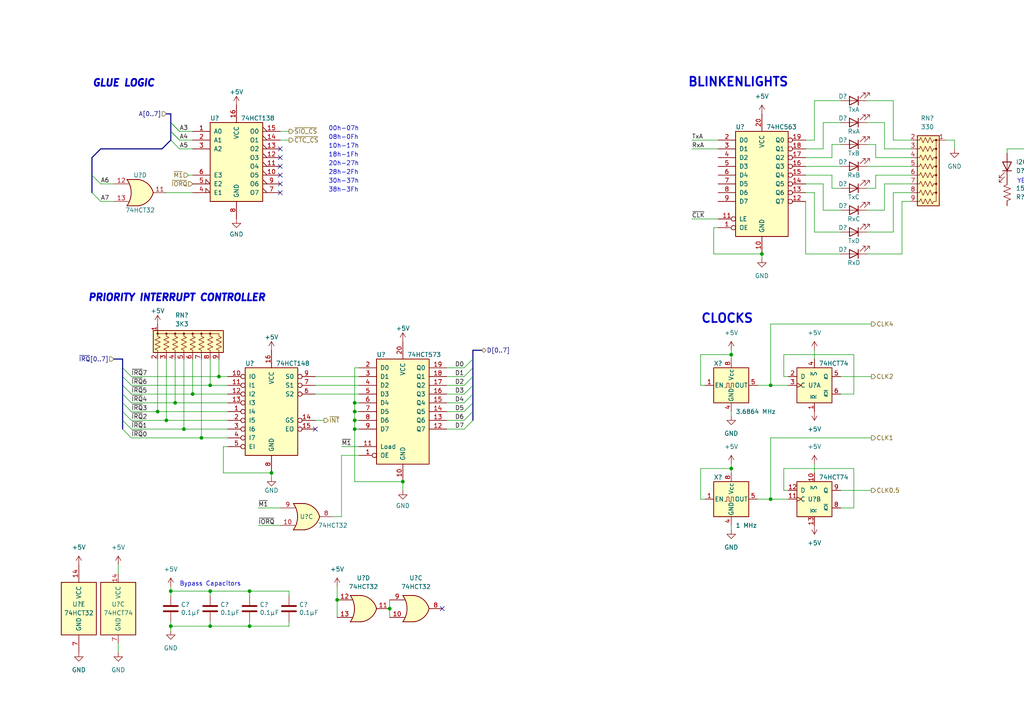
<source format=kicad_sch>
(kicad_sch (version 20230121) (generator eeschema)
  (paper "A4")
  (lib_symbols
    (symbol "+5V_1" (power) (pin_names (offset 0))
      (property "Value" "+5V_1" (at 0 3.556 0))
      (symbol "+5V_1_1_1"
        (pin power_in line (at 0 0 90) (length 0) hide (name "+5V") (number "1"))
      )
    )
    (symbol "0_Library:74HC563" (pin_names (offset 1.016))
      (property "Reference" "U" (at 1.27 19.05 0))
      (property "Value" "74HC563" (at 1.27 16.51 0))
      (symbol "74HC563_1_0"
        (pin input inverted (at -12.7 -12.7 0) (length 5.08) (name "OE") (number "1"))
        (pin power_in line (at 0 -20.32 90) (length 5.08) (name "GND") (number "10"))
        (pin input inverted (at -12.7 -10.16 0) (length 5.08) (name "LE") (number "11"))
        (pin tri_state inverted (at 12.7 -5.08 180) (length 5.08) (name "Q7") (number "12"))
        (pin tri_state inverted (at 12.7 -2.54 180) (length 5.08) (name "Q6") (number "13"))
        (pin tri_state inverted (at 12.7 0 180) (length 5.08) (name "Q5") (number "14"))
        (pin tri_state inverted (at 12.7 2.54 180) (length 5.08) (name "Q4") (number "15"))
        (pin tri_state inverted (at 12.7 5.08 180) (length 5.08) (name "Q3") (number "16"))
        (pin tri_state inverted (at 12.7 7.62 180) (length 5.08) (name "Q2") (number "17"))
        (pin tri_state inverted (at 12.7 10.16 180) (length 5.08) (name "Q1") (number "18"))
        (pin tri_state inverted (at 12.7 12.7 180) (length 5.08) (name "Q0") (number "19"))
        (pin input line (at -12.7 12.7 0) (length 5.08) (name "D0") (number "2"))
        (pin power_in line (at 0 20.32 270) (length 5.08) (name "VCC") (number "20"))
        (pin input line (at -12.7 10.16 0) (length 5.08) (name "D1") (number "3"))
        (pin input line (at -12.7 7.62 0) (length 5.08) (name "D2") (number "4"))
        (pin input line (at -12.7 5.08 0) (length 5.08) (name "D3") (number "5"))
        (pin input line (at -12.7 2.54 0) (length 5.08) (name "D4") (number "6"))
        (pin input line (at -12.7 0 0) (length 5.08) (name "D5") (number "7"))
        (pin input line (at -12.7 -2.54 0) (length 5.08) (name "D6") (number "8"))
        (pin input line (at -12.7 -5.08 0) (length 5.08) (name "D7") (number "9"))
      )
    )
    (symbol "74xx:74LS138" (pin_names (offset 1.016))
      (property "Reference" "U" (at -7.62 11.43 0))
      (property "Value" "74LS138" (at -7.62 -13.97 0))
      (symbol "74LS138_1_0"
        (pin input line (at -12.7 7.62 0) (length 5.08) (name "A0") (number "1"))
        (pin output output_low (at 12.7 -5.08 180) (length 5.08) (name "O5") (number "10"))
        (pin output output_low (at 12.7 -2.54 180) (length 5.08) (name "O4") (number "11"))
        (pin output output_low (at 12.7 0 180) (length 5.08) (name "O3") (number "12"))
        (pin output output_low (at 12.7 2.54 180) (length 5.08) (name "O2") (number "13"))
        (pin output output_low (at 12.7 5.08 180) (length 5.08) (name "O1") (number "14"))
        (pin output output_low (at 12.7 7.62 180) (length 5.08) (name "O0") (number "15"))
        (pin power_in line (at 0 15.24 270) (length 5.08) (name "VCC") (number "16"))
        (pin input line (at -12.7 5.08 0) (length 5.08) (name "A1") (number "2"))
        (pin input line (at -12.7 2.54 0) (length 5.08) (name "A2") (number "3"))
        (pin input input_low (at -12.7 -10.16 0) (length 5.08) (name "E1") (number "4"))
        (pin input input_low (at -12.7 -7.62 0) (length 5.08) (name "E2") (number "5"))
        (pin input line (at -12.7 -5.08 0) (length 5.08) (name "E3") (number "6"))
        (pin output output_low (at 12.7 -10.16 180) (length 5.08) (name "O7") (number "7"))
        (pin power_in line (at 0 -17.78 90) (length 5.08) (name "GND") (number "8"))
        (pin output output_low (at 12.7 -7.62 180) (length 5.08) (name "O6") (number "9"))
      )
    )
    (symbol "74xx:74LS148" (pin_names (offset 1.016))
      (property "Reference" "U" (at -7.62 13.97 0))
      (property "Value" "74LS148" (at -7.62 -13.97 0))
      (symbol "74LS148_1_0"
        (pin input inverted (at -12.7 0 0) (length 5.08) (name "I4") (number "1"))
        (pin input inverted (at -12.7 10.16 0) (length 5.08) (name "IO") (number "10"))
        (pin input inverted (at -12.7 7.62 0) (length 5.08) (name "I1") (number "11"))
        (pin input inverted (at -12.7 5.08 0) (length 5.08) (name "I2") (number "12"))
        (pin input inverted (at -12.7 2.54 0) (length 5.08) (name "I3") (number "13"))
        (pin output inverted (at 12.7 -2.54 180) (length 5.08) (name "GS") (number "14"))
        (pin output inverted (at 12.7 -5.08 180) (length 5.08) (name "EO") (number "15"))
        (pin power_in line (at 0 17.78 270) (length 5.08) (name "VCC") (number "16"))
        (pin input inverted (at -12.7 -2.54 0) (length 5.08) (name "I5") (number "2"))
        (pin input inverted (at -12.7 -5.08 0) (length 5.08) (name "I6") (number "3"))
        (pin input inverted (at -12.7 -7.62 0) (length 5.08) (name "I7") (number "4"))
        (pin input inverted (at -12.7 -10.16 0) (length 5.08) (name "EI") (number "5"))
        (pin output inverted (at 12.7 5.08 180) (length 5.08) (name "S2") (number "6"))
        (pin output inverted (at 12.7 7.62 180) (length 5.08) (name "S1") (number "7"))
        (pin power_in line (at 0 -17.78 90) (length 5.08) (name "GND") (number "8"))
        (pin output inverted (at 12.7 10.16 180) (length 5.08) (name "S0") (number "9"))
      )
    )
    (symbol "74xx:74LS32" (pin_names (offset 1.016))
      (property "Reference" "U" (at 0 1.27 0))
      (property "Value" "74LS32" (at 0 -1.27 0))
      (symbol "74LS32_1_1"
        (pin input line (at -7.62 2.54 0) (length 4.318) (name "~") (number "1"))
        (pin input line (at -7.62 -2.54 0) (length 4.318) (name "~") (number "2"))
        (pin output line (at 7.62 0 180) (length 3.81) (name "~") (number "3"))
      )
      (symbol "74LS32_1_2"
        (pin input inverted (at -7.62 2.54 0) (length 3.81) (name "~") (number "1"))
        (pin input inverted (at -7.62 -2.54 0) (length 3.81) (name "~") (number "2"))
        (pin output inverted (at 7.62 0 180) (length 3.81) (name "~") (number "3"))
      )
      (symbol "74LS32_2_1"
        (pin input line (at -7.62 2.54 0) (length 4.318) (name "~") (number "4"))
        (pin input line (at -7.62 -2.54 0) (length 4.318) (name "~") (number "5"))
        (pin output line (at 7.62 0 180) (length 3.81) (name "~") (number "6"))
      )
      (symbol "74LS32_2_2"
        (pin input inverted (at -7.62 2.54 0) (length 3.81) (name "~") (number "4"))
        (pin input inverted (at -7.62 -2.54 0) (length 3.81) (name "~") (number "5"))
        (pin output inverted (at 7.62 0 180) (length 3.81) (name "~") (number "6"))
      )
      (symbol "74LS32_3_1"
        (pin input line (at -7.62 -2.54 0) (length 4.318) (name "~") (number "10"))
        (pin output line (at 7.62 0 180) (length 3.81) (name "~") (number "8"))
        (pin input line (at -7.62 2.54 0) (length 4.318) (name "~") (number "9"))
      )
      (symbol "74LS32_3_2"
        (pin input inverted (at -7.62 -2.54 0) (length 3.81) (name "~") (number "10"))
        (pin output inverted (at 7.62 0 180) (length 3.81) (name "~") (number "8"))
        (pin input inverted (at -7.62 2.54 0) (length 3.81) (name "~") (number "9"))
      )
      (symbol "74LS32_4_1"
        (pin output line (at 7.62 0 180) (length 3.81) (name "~") (number "11"))
        (pin input line (at -7.62 2.54 0) (length 4.318) (name "~") (number "12"))
        (pin input line (at -7.62 -2.54 0) (length 4.318) (name "~") (number "13"))
      )
      (symbol "74LS32_4_2"
        (pin output inverted (at 7.62 0 180) (length 3.81) (name "~") (number "11"))
        (pin input inverted (at -7.62 2.54 0) (length 3.81) (name "~") (number "12"))
        (pin input inverted (at -7.62 -2.54 0) (length 3.81) (name "~") (number "13"))
      )
      (symbol "74LS32_5_0"
        (pin power_in line (at 0 12.7 270) (length 5.08) (name "VCC") (number "14"))
        (pin power_in line (at 0 -12.7 90) (length 5.08) (name "GND") (number "7"))
      )
    )
    (symbol "74xx:74LS573" (pin_names (offset 1.016))
      (property "Reference" "U" (at -7.62 16.51 0))
      (property "Value" "74LS573" (at -7.62 -16.51 0))
      (symbol "74LS573_1_0"
        (pin input inverted (at -12.7 -12.7 0) (length 5.08) (name "OE") (number "1"))
        (pin power_in line (at 0 -20.32 90) (length 5.08) (name "GND") (number "10"))
        (pin input line (at -12.7 -10.16 0) (length 5.08) (name "Load") (number "11"))
        (pin tri_state line (at 12.7 -5.08 180) (length 5.08) (name "Q7") (number "12"))
        (pin tri_state line (at 12.7 -2.54 180) (length 5.08) (name "Q6") (number "13"))
        (pin tri_state line (at 12.7 0 180) (length 5.08) (name "Q5") (number "14"))
        (pin tri_state line (at 12.7 2.54 180) (length 5.08) (name "Q4") (number "15"))
        (pin tri_state line (at 12.7 5.08 180) (length 5.08) (name "Q3") (number "16"))
        (pin tri_state line (at 12.7 7.62 180) (length 5.08) (name "Q2") (number "17"))
        (pin tri_state line (at 12.7 10.16 180) (length 5.08) (name "Q1") (number "18"))
        (pin tri_state line (at 12.7 12.7 180) (length 5.08) (name "Q0") (number "19"))
        (pin input line (at -12.7 12.7 0) (length 5.08) (name "D0") (number "2"))
        (pin power_in line (at 0 20.32 270) (length 5.08) (name "VCC") (number "20"))
        (pin input line (at -12.7 10.16 0) (length 5.08) (name "D1") (number "3"))
        (pin input line (at -12.7 7.62 0) (length 5.08) (name "D2") (number "4"))
        (pin input line (at -12.7 5.08 0) (length 5.08) (name "D3") (number "5"))
        (pin input line (at -12.7 2.54 0) (length 5.08) (name "D4") (number "6"))
        (pin input line (at -12.7 0 0) (length 5.08) (name "D5") (number "7"))
        (pin input line (at -12.7 -2.54 0) (length 5.08) (name "D6") (number "8"))
        (pin input line (at -12.7 -5.08 0) (length 5.08) (name "D7") (number "9"))
      )
    )
    (symbol "74xx:74LS74" (pin_names (offset 1.016))
      (property "Reference" "U" (at -7.62 8.89 0))
      (property "Value" "74LS74" (at -7.62 -8.89 0))
      (symbol "74LS74_1_0"
        (pin input line (at 0 -7.62 90) (length 2.54) (name "~{R}") (number "1"))
        (pin input line (at -7.62 2.54 0) (length 2.54) (name "D") (number "2"))
        (pin input clock (at -7.62 0 0) (length 2.54) (name "C") (number "3"))
        (pin input line (at 0 7.62 270) (length 2.54) (name "~{S}") (number "4"))
        (pin output line (at 7.62 2.54 180) (length 2.54) (name "Q") (number "5"))
        (pin output line (at 7.62 -2.54 180) (length 2.54) (name "~{Q}") (number "6"))
      )
      (symbol "74LS74_2_0"
        (pin input line (at 0 7.62 270) (length 2.54) (name "~{S}") (number "10"))
        (pin input clock (at -7.62 0 0) (length 2.54) (name "C") (number "11"))
        (pin input line (at -7.62 2.54 0) (length 2.54) (name "D") (number "12"))
        (pin input line (at 0 -7.62 90) (length 2.54) (name "~{R}") (number "13"))
        (pin output line (at 7.62 -2.54 180) (length 2.54) (name "~{Q}") (number "8"))
        (pin output line (at 7.62 2.54 180) (length 2.54) (name "Q") (number "9"))
      )
      (symbol "74LS74_3_0"
        (pin power_in line (at 0 10.16 270) (length 2.54) (name "VCC") (number "14"))
        (pin power_in line (at 0 -10.16 90) (length 2.54) (name "GND") (number "7"))
      )
    )
    (symbol "Device:C" (pin_numbers hide) (pin_names (offset 0.254))
      (property "Reference" "C" (at 0.635 2.54 0))
      (property "Value" "C" (at 0.635 -2.54 0))
      (symbol "C_1_1"
        (pin passive line (at 0 3.81 270) (length 2.794) (name "~") (number "1"))
        (pin passive line (at 0 -3.81 90) (length 2.794) (name "~") (number "2"))
      )
    )
    (symbol "Device:LED" (pin_numbers hide) (pin_names (offset 1.016) hide)
      (property "Reference" "D" (at 0 2.54 0))
      (property "Value" "LED" (at 0 -2.54 0))
      (symbol "LED_1_1"
        (pin passive line (at -3.81 0 0) (length 2.54) (name "K") (number "1"))
        (pin passive line (at 3.81 0 180) (length 2.54) (name "A") (number "2"))
      )
    )
    (symbol "Device:R_Network08_US" (pin_names (offset 0) hide)
      (property "Reference" "RN" (at -12.7 0 90))
      (property "Value" "R_Network08_US" (at 10.16 0 90))
      (symbol "R_Network08_US_1_1"
        (pin passive line (at -10.16 5.08 270) (length 2.54) (name "common") (number "1"))
        (pin passive line (at -10.16 -5.08 90) (length 1.27) (name "R1") (number "2"))
        (pin passive line (at -7.62 -5.08 90) (length 1.27) (name "R2") (number "3"))
        (pin passive line (at -5.08 -5.08 90) (length 1.27) (name "R3") (number "4"))
        (pin passive line (at -2.54 -5.08 90) (length 1.27) (name "R4") (number "5"))
        (pin passive line (at 0 -5.08 90) (length 1.27) (name "R5") (number "6"))
        (pin passive line (at 2.54 -5.08 90) (length 1.27) (name "R6") (number "7"))
        (pin passive line (at 5.08 -5.08 90) (length 1.27) (name "R7") (number "8"))
        (pin passive line (at 7.62 -5.08 90) (length 1.27) (name "R8") (number "9"))
      )
    )
    (symbol "Device:R_US" (pin_numbers hide) (pin_names (offset 0))
      (property "Reference" "R" (at 2.54 0 90))
      (property "Value" "R_US" (at -2.54 0 90))
      (symbol "R_US_1_1"
        (pin passive line (at 0 3.81 270) (length 1.27) (name "~") (number "1"))
        (pin passive line (at 0 -3.81 90) (length 1.27) (name "~") (number "2"))
      )
    )
    (symbol "GND_1" (power) (pin_names (offset 0))
      (property "Value" "GND_1" (at 0 -3.81 0))
      (symbol "GND_1_1_1"
        (pin power_in line (at 0 0 270) (length 0) hide (name "GND") (number "1"))
      )
    )
    (symbol "Oscillator:CXO_DIP8" (pin_names (offset 0.254))
      (property "Reference" "X" (at -5.08 6.35 0))
      (property "Value" "CXO_DIP8" (at 1.27 -6.35 0))
      (symbol "CXO_DIP8_1_1"
        (pin input line (at -7.62 0 0) (length 2.54) (name "EN") (number "1"))
        (pin power_in line (at 0 -7.62 90) (length 2.54) (name "GND") (number "4"))
        (pin output line (at 7.62 0 180) (length 2.54) (name "OUT") (number "5"))
        (pin power_in line (at 0 7.62 270) (length 2.54) (name "Vcc") (number "8"))
      )
    )
    (symbol "power:GND" (power) (pin_names (offset 0))
      (property "Value" "GND" (at 0 -3.81 0))
      (symbol "GND_1_1"
        (pin power_in line (at 0 0 270) (length 0) hide (name "GND") (number "1"))
      )
    )
  )
  (junction (at 102.87 119.38))
  (junction (at 97.79 173.99))
  (junction (at 78.74 137.16))
  (junction (at 60.96 171.45))
  (junction (at 60.96 111.76))
  (junction (at 49.53 171.45))
  (junction (at 223.52 111.76))
  (junction (at 116.84 139.7))
  (junction (at 53.34 124.46))
  (junction (at 102.87 121.92))
  (junction (at 72.39 171.45))
  (junction (at 223.52 144.78))
  (junction (at 58.42 127))
  (junction (at 48.26 121.92))
  (junction (at 55.88 114.3))
  (junction (at 212.09 102.87))
  (junction (at 212.09 135.89))
  (junction (at 72.39 181.61))
  (junction (at 113.03 176.53))
  (junction (at 102.87 124.46))
  (junction (at 312.42 43.18))
  (junction (at 63.5 109.22))
  (junction (at 50.8 116.84))
  (junction (at 220.98 73.66))
  (junction (at 45.72 119.38))
  (junction (at 102.87 116.84))
  (junction (at 49.53 181.61))
  (junction (at 302.26 43.18))
  (junction (at 60.96 181.61))
  (no_connect (at 81.28 48.26))
  (no_connect (at 91.44 124.46))
  (no_connect (at 128.27 176.53))
  (no_connect (at 81.28 45.72))
  (no_connect (at 81.28 55.88))
  (no_connect (at 81.28 43.18))
  (no_connect (at 81.28 50.8))
  (no_connect (at 81.28 53.34))
  (bus_entry (at 35.56 116.84) (size 2.54 2.54))
  (bus_entry (at 134.62 124.46) (size 2.54 -2.54))
  (bus_entry (at 49.53 35.56) (size 2.54 2.54))
  (bus_entry (at 35.56 109.22) (size 2.54 2.54))
  (bus_entry (at 35.56 111.76) (size 2.54 2.54))
  (bus_entry (at 134.62 114.3) (size 2.54 -2.54))
  (bus_entry (at 49.53 38.1) (size 2.54 2.54))
  (bus_entry (at 26.67 55.88) (size 2.54 2.54))
  (bus_entry (at 26.67 50.8) (size 2.54 2.54))
  (bus_entry (at 134.62 121.92) (size 2.54 -2.54))
  (bus_entry (at 35.56 121.92) (size 2.54 2.54))
  (bus_entry (at 49.53 40.64) (size 2.54 2.54))
  (bus_entry (at 134.62 116.84) (size 2.54 -2.54))
  (bus_entry (at 35.56 114.3) (size 2.54 2.54))
  (bus_entry (at 134.62 109.22) (size 2.54 -2.54))
  (bus_entry (at 49.53 38.1) (size 2.54 2.54))
  (bus_entry (at 35.56 106.68) (size 2.54 2.54))
  (bus_entry (at 134.62 106.68) (size 2.54 -2.54))
  (bus_entry (at 134.62 111.76) (size 2.54 -2.54))
  (bus_entry (at 35.56 119.38) (size 2.54 2.54))
  (bus_entry (at 49.53 35.56) (size 2.54 2.54))
  (bus_entry (at 134.62 119.38) (size 2.54 -2.54))
  (bus_entry (at 35.56 124.46) (size 2.54 2.54))
  (wire (pts (xy 60.96 180.34) (xy 60.96 181.61)))
  (wire (pts (xy 227.33 109.22) (xy 228.6 109.22)))
  (wire (pts (xy 83.82 38.1) (xy 81.28 38.1)))
  (bus (pts (xy 49.53 33.02) (xy 49.53 35.56)))
  (wire (pts (xy 129.54 119.38) (xy 134.62 119.38)))
  (wire (pts (xy 83.82 171.45) (xy 72.39 171.45)))
  (wire (pts (xy 49.53 181.61) (xy 60.96 181.61)))
  (bus (pts (xy 35.56 106.68) (xy 35.56 104.14)))
  (wire (pts (xy 264.16 55.88) (xy 259.08 55.88)))
  (bus (pts (xy 137.16 121.92) (xy 137.16 119.38)))
  (wire (pts (xy 233.68 50.8) (xy 241.3 50.8)))
  (wire (pts (xy 48.26 55.88) (xy 55.88 55.88)))
  (wire (pts (xy 97.79 173.99) (xy 97.79 179.07)))
  (wire (pts (xy 38.1 111.76) (xy 60.96 111.76)))
  (wire (pts (xy 99.06 149.86) (xy 99.06 132.08)))
  (wire (pts (xy 38.1 121.92) (xy 48.26 121.92)))
  (wire (pts (xy 129.54 124.46) (xy 134.62 124.46)))
  (wire (pts (xy 102.87 116.84) (xy 102.87 119.38)))
  (wire (pts (xy 219.71 144.78) (xy 223.52 144.78)))
  (wire (pts (xy 113.03 176.53) (xy 113.03 179.07)))
  (wire (pts (xy 264.16 58.42) (xy 261.62 58.42)))
  (wire (pts (xy 220.98 73.66) (xy 207.01 73.66)))
  (wire (pts (xy 45.72 119.38) (xy 66.04 119.38)))
  (wire (pts (xy 261.62 58.42) (xy 261.62 73.66)))
  (wire (pts (xy 212.09 134.62) (xy 212.09 135.89)))
  (wire (pts (xy 60.96 111.76) (xy 66.04 111.76)))
  (wire (pts (xy 220.98 73.66) (xy 220.98 74.93)))
  (wire (pts (xy 274.32 40.64) (xy 276.86 40.64)))
  (wire (pts (xy 50.8 104.14) (xy 50.8 116.84)))
  (wire (pts (xy 243.84 142.24) (xy 252.73 142.24)))
  (bus (pts (xy 35.56 111.76) (xy 35.56 109.22)))
  (wire (pts (xy 129.54 114.3) (xy 134.62 114.3)))
  (wire (pts (xy 236.22 134.62) (xy 236.22 137.16)))
  (wire (pts (xy 256.54 53.34) (xy 256.54 60.96)))
  (wire (pts (xy 45.72 104.14) (xy 45.72 119.38)))
  (wire (pts (xy 102.87 121.92) (xy 102.87 124.46)))
  (wire (pts (xy 74.93 147.32) (xy 81.28 147.32)))
  (wire (pts (xy 322.58 43.18) (xy 312.42 43.18)))
  (wire (pts (xy 223.52 127) (xy 252.73 127)))
  (wire (pts (xy 72.39 171.45) (xy 60.96 171.45)))
  (wire (pts (xy 241.3 50.8) (xy 241.3 54.61)))
  (wire (pts (xy 238.76 43.18) (xy 238.76 35.56)))
  (wire (pts (xy 233.68 55.88) (xy 236.22 55.88)))
  (wire (pts (xy 212.09 135.89) (xy 212.09 137.16)))
  (wire (pts (xy 264.16 50.8) (xy 254 50.8)))
  (bus (pts (xy 35.56 109.22) (xy 35.56 106.68)))
  (wire (pts (xy 247.65 102.87) (xy 227.33 102.87)))
  (bus (pts (xy 137.16 106.68) (xy 137.16 104.14)))
  (wire (pts (xy 74.93 152.4) (xy 81.28 152.4)))
  (bus (pts (xy 35.56 116.84) (xy 35.56 114.3)))
  (wire (pts (xy 91.44 114.3) (xy 104.14 114.3)))
  (wire (pts (xy 55.88 114.3) (xy 66.04 114.3)))
  (bus (pts (xy 137.16 104.14) (xy 137.16 101.6)))
  (wire (pts (xy 50.8 116.84) (xy 66.04 116.84)))
  (wire (pts (xy 102.87 106.68) (xy 102.87 116.84)))
  (wire (pts (xy 312.42 44.45) (xy 312.42 43.18)))
  (wire (pts (xy 238.76 35.56) (xy 243.84 35.56)))
  (wire (pts (xy 66.04 129.54) (xy 64.77 129.54)))
  (bus (pts (xy 137.16 116.84) (xy 137.16 114.3)))
  (wire (pts (xy 99.06 129.54) (xy 104.14 129.54)))
  (bus (pts (xy 137.16 119.38) (xy 137.16 116.84)))
  (wire (pts (xy 49.53 170.18) (xy 49.53 171.45)))
  (wire (pts (xy 236.22 67.31) (xy 243.84 67.31)))
  (wire (pts (xy 54.61 50.8) (xy 55.88 50.8)))
  (wire (pts (xy 241.3 45.72) (xy 241.3 41.91)))
  (wire (pts (xy 223.52 111.76) (xy 228.6 111.76)))
  (wire (pts (xy 212.09 120.65) (xy 212.09 119.38)))
  (wire (pts (xy 264.16 45.72) (xy 254 45.72)))
  (bus (pts (xy 137.16 101.6) (xy 139.7 101.6)))
  (wire (pts (xy 63.5 109.22) (xy 66.04 109.22)))
  (bus (pts (xy 26.67 55.88) (xy 26.67 50.8)))
  (wire (pts (xy 219.71 111.76) (xy 223.52 111.76)))
  (wire (pts (xy 233.68 48.26) (xy 243.84 48.26)))
  (wire (pts (xy 58.42 127) (xy 66.04 127)))
  (wire (pts (xy 212.09 153.67) (xy 212.09 152.4)))
  (wire (pts (xy 223.52 111.76) (xy 223.52 93.98)))
  (wire (pts (xy 38.1 124.46) (xy 53.34 124.46)))
  (wire (pts (xy 200.66 43.18) (xy 208.28 43.18)))
  (wire (pts (xy 247.65 147.32) (xy 247.65 135.89)))
  (wire (pts (xy 63.5 104.14) (xy 63.5 109.22)))
  (wire (pts (xy 60.96 104.14) (xy 60.96 111.76)))
  (wire (pts (xy 96.52 149.86) (xy 99.06 149.86)))
  (wire (pts (xy 200.66 63.5) (xy 208.28 63.5)))
  (wire (pts (xy 49.53 171.45) (xy 49.53 172.72)))
  (wire (pts (xy 236.22 40.64) (xy 236.22 29.21)))
  (bus (pts (xy 26.67 50.8) (xy 26.67 45.72)))
  (wire (pts (xy 91.44 121.92) (xy 93.98 121.92)))
  (wire (pts (xy 91.44 111.76) (xy 104.14 111.76)))
  (wire (pts (xy 227.33 142.24) (xy 228.6 142.24)))
  (wire (pts (xy 38.1 119.38) (xy 45.72 119.38)))
  (wire (pts (xy 64.77 137.16) (xy 78.74 137.16)))
  (bus (pts (xy 49.53 35.56) (xy 49.53 38.1)))
  (wire (pts (xy 233.68 45.72) (xy 241.3 45.72)))
  (wire (pts (xy 29.21 53.34) (xy 33.02 53.34)))
  (wire (pts (xy 259.08 55.88) (xy 259.08 67.31)))
  (wire (pts (xy 203.2 144.78) (xy 204.47 144.78)))
  (wire (pts (xy 91.44 109.22) (xy 104.14 109.22)))
  (wire (pts (xy 212.09 135.89) (xy 203.2 135.89)))
  (wire (pts (xy 276.86 40.64) (xy 276.86 43.18)))
  (wire (pts (xy 203.2 135.89) (xy 203.2 144.78)))
  (wire (pts (xy 102.87 116.84) (xy 104.14 116.84)))
  (bus (pts (xy 137.16 114.3) (xy 137.16 111.76)))
  (wire (pts (xy 53.34 124.46) (xy 66.04 124.46)))
  (wire (pts (xy 72.39 180.34) (xy 72.39 181.61)))
  (bus (pts (xy 35.56 121.92) (xy 35.56 119.38)))
  (wire (pts (xy 207.01 66.04) (xy 208.28 66.04)))
  (wire (pts (xy 292.1 43.18) (xy 302.26 43.18)))
  (wire (pts (xy 60.96 172.72) (xy 60.96 171.45)))
  (wire (pts (xy 247.65 135.89) (xy 227.33 135.89)))
  (wire (pts (xy 223.52 93.98) (xy 252.73 93.98)))
  (wire (pts (xy 52.07 40.64) (xy 55.88 40.64)))
  (wire (pts (xy 312.42 43.18) (xy 302.26 43.18)))
  (wire (pts (xy 292.1 44.45) (xy 292.1 43.18)))
  (wire (pts (xy 203.2 111.76) (xy 204.47 111.76)))
  (wire (pts (xy 64.77 129.54) (xy 64.77 137.16)))
  (wire (pts (xy 238.76 53.34) (xy 238.76 60.96)))
  (wire (pts (xy 243.84 114.3) (xy 247.65 114.3)))
  (wire (pts (xy 129.54 106.68) (xy 134.62 106.68)))
  (wire (pts (xy 102.87 139.7) (xy 116.84 139.7)))
  (wire (pts (xy 52.07 38.1) (xy 55.88 38.1)))
  (wire (pts (xy 238.76 60.96) (xy 243.84 60.96)))
  (wire (pts (xy 236.22 55.88) (xy 236.22 67.31)))
  (wire (pts (xy 223.52 144.78) (xy 228.6 144.78)))
  (wire (pts (xy 52.07 43.18) (xy 55.88 43.18)))
  (wire (pts (xy 243.84 147.32) (xy 247.65 147.32)))
  (wire (pts (xy 113.03 173.99) (xy 113.03 176.53)))
  (wire (pts (xy 129.54 111.76) (xy 134.62 111.76)))
  (wire (pts (xy 233.68 73.66) (xy 243.84 73.66)))
  (wire (pts (xy 129.54 109.22) (xy 134.62 109.22)))
  (wire (pts (xy 34.29 163.83) (xy 34.29 166.37)))
  (wire (pts (xy 241.3 54.61) (xy 243.84 54.61)))
  (wire (pts (xy 247.65 114.3) (xy 247.65 102.87)))
  (wire (pts (xy 102.87 119.38) (xy 102.87 121.92)))
  (bus (pts (xy 46.99 43.18) (xy 49.53 40.64)))
  (bus (pts (xy 49.53 40.64) (xy 49.53 38.1)))
  (wire (pts (xy 83.82 180.34) (xy 83.82 181.61)))
  (bus (pts (xy 137.16 111.76) (xy 137.16 109.22)))
  (wire (pts (xy 60.96 171.45) (xy 49.53 171.45)))
  (wire (pts (xy 49.53 181.61) (xy 49.53 182.88)))
  (wire (pts (xy 102.87 124.46) (xy 104.14 124.46)))
  (wire (pts (xy 264.16 53.34) (xy 256.54 53.34)))
  (wire (pts (xy 256.54 35.56) (xy 251.46 35.56)))
  (wire (pts (xy 38.1 116.84) (xy 50.8 116.84)))
  (wire (pts (xy 104.14 106.68) (xy 102.87 106.68)))
  (wire (pts (xy 53.34 104.14) (xy 53.34 124.46)))
  (bus (pts (xy 26.67 45.72) (xy 29.21 43.18)))
  (bus (pts (xy 29.21 43.18) (xy 46.99 43.18)))
  (wire (pts (xy 34.29 186.69) (xy 34.29 189.23)))
  (wire (pts (xy 102.87 119.38) (xy 104.14 119.38)))
  (wire (pts (xy 233.68 43.18) (xy 238.76 43.18)))
  (wire (pts (xy 254 54.61) (xy 251.46 54.61)))
  (wire (pts (xy 116.84 139.7) (xy 116.84 142.24)))
  (wire (pts (xy 203.2 102.87) (xy 203.2 111.76)))
  (wire (pts (xy 261.62 73.66) (xy 251.46 73.66)))
  (wire (pts (xy 200.66 40.64) (xy 208.28 40.64)))
  (bus (pts (xy 48.26 33.02) (xy 49.53 33.02)))
  (wire (pts (xy 241.3 41.91) (xy 243.84 41.91)))
  (wire (pts (xy 102.87 121.92) (xy 104.14 121.92)))
  (wire (pts (xy 264.16 40.64) (xy 259.08 40.64)))
  (wire (pts (xy 58.42 104.14) (xy 58.42 127)))
  (bus (pts (xy 35.56 114.3) (xy 35.56 111.76)))
  (wire (pts (xy 129.54 121.92) (xy 134.62 121.92)))
  (wire (pts (xy 38.1 127) (xy 58.42 127)))
  (wire (pts (xy 256.54 43.18) (xy 256.54 35.56)))
  (wire (pts (xy 233.68 53.34) (xy 238.76 53.34)))
  (wire (pts (xy 233.68 58.42) (xy 233.68 73.66)))
  (wire (pts (xy 212.09 102.87) (xy 212.09 104.14)))
  (wire (pts (xy 227.33 102.87) (xy 227.33 109.22)))
  (wire (pts (xy 254 45.72) (xy 254 41.91)))
  (wire (pts (xy 207.01 66.04) (xy 207.01 73.66)))
  (wire (pts (xy 259.08 67.31) (xy 251.46 67.31)))
  (bus (pts (xy 35.56 119.38) (xy 35.56 116.84)))
  (wire (pts (xy 212.09 101.6) (xy 212.09 102.87)))
  (wire (pts (xy 264.16 43.18) (xy 256.54 43.18)))
  (wire (pts (xy 251.46 48.26) (xy 264.16 48.26)))
  (wire (pts (xy 48.26 121.92) (xy 66.04 121.92)))
  (wire (pts (xy 302.26 44.45) (xy 302.26 43.18)))
  (wire (pts (xy 83.82 172.72) (xy 83.82 171.45)))
  (wire (pts (xy 302.26 43.18) (xy 302.26 41.91)))
  (bus (pts (xy 137.16 109.22) (xy 137.16 106.68)))
  (wire (pts (xy 256.54 60.96) (xy 251.46 60.96)))
  (wire (pts (xy 49.53 180.34) (xy 49.53 181.61)))
  (wire (pts (xy 60.96 181.61) (xy 72.39 181.61)))
  (wire (pts (xy 38.1 114.3) (xy 55.88 114.3)))
  (bus (pts (xy 35.56 124.46) (xy 35.56 121.92)))
  (wire (pts (xy 99.06 132.08) (xy 104.14 132.08)))
  (wire (pts (xy 254 41.91) (xy 251.46 41.91)))
  (wire (pts (xy 236.22 29.21) (xy 243.84 29.21)))
  (wire (pts (xy 38.1 109.22) (xy 63.5 109.22)))
  (wire (pts (xy 72.39 172.72) (xy 72.39 171.45)))
  (wire (pts (xy 97.79 170.18) (xy 97.79 173.99)))
  (wire (pts (xy 254 50.8) (xy 254 54.61)))
  (wire (pts (xy 29.21 58.42) (xy 33.02 58.42)))
  (wire (pts (xy 48.26 104.14) (xy 48.26 121.92)))
  (wire (pts (xy 227.33 135.89) (xy 227.33 142.24)))
  (wire (pts (xy 259.08 40.64) (xy 259.08 29.21)))
  (bus (pts (xy 33.02 104.14) (xy 35.56 104.14)))
  (wire (pts (xy 129.54 116.84) (xy 134.62 116.84)))
  (wire (pts (xy 212.09 102.87) (xy 203.2 102.87)))
  (wire (pts (xy 78.74 138.43) (xy 78.74 137.16)))
  (wire (pts (xy 236.22 101.6) (xy 236.22 104.14)))
  (wire (pts (xy 83.82 40.64) (xy 81.28 40.64)))
  (wire (pts (xy 102.87 124.46) (xy 102.87 139.7)))
  (wire (pts (xy 259.08 29.21) (xy 251.46 29.21)))
  (wire (pts (xy 72.39 181.61) (xy 83.82 181.61)))
  (wire (pts (xy 243.84 109.22) (xy 252.73 109.22)))
  (wire (pts (xy 322.58 44.45) (xy 322.58 43.18)))
  (wire (pts (xy 55.88 104.14) (xy 55.88 114.3)))
  (wire (pts (xy 223.52 144.78) (xy 223.52 127)))
  (wire (pts (xy 233.68 40.64) (xy 236.22 40.64)))
  (text "PRIORITY INTERRUPT CONTROLLER" (at 25.4 87.63 0) (effects (font (size 2 2) (thickness 0.508) bold italic) (justify left bottom)))
  (text "GLUE LOGIC" (at 26.67 25.4 0) (effects (font (size 2 2) (thickness 0.508) bold italic) (justify left bottom)))
  (text "CLOCKS" (at 203.2 93.98 0) (effects (font (size 2.54 2.54) (thickness 0.508) bold) (justify left bottom)))
  (text "Bypass Capacitors" (at 52.07 170.18 0) (effects (font (size 1.27 1.27)) (justify left bottom)))
  (text "00h-07h" (at 95.25 38.1 0) (effects (font (size 1.27 1.27)) (justify left bottom)))
  (text "38h-3Fh" (at 95.25 55.88 0) (effects (font (size 1.27 1.27)) (justify left bottom)))
  (text "BLINKENLIGHTS" (at 199.39 25.4 0) (effects (font (size 2.54 2.54) (thickness 0.508) bold) (justify left bottom)))
  (text "GREEN" (at 330.2 53.34 0) (effects (font (size 1.27 1.27)) (justify right bottom)))
  (text "28h-2Fh" (at 95.25 50.8 0) (effects (font (size 1.27 1.27)) (justify left bottom)))
  (text "RED" (at 318.77 53.34 0) (effects (font (size 1.27 1.27)) (justify right bottom)))
  (text "08h-0Fh" (at 95.25 40.64 0) (effects (font (size 1.27 1.27)) (justify left bottom)))
  (text "18h-1Fh" (at 95.25 45.72 0) (effects (font (size 1.27 1.27)) (justify left bottom)))
  (text "20h-27h" (at 95.25 48.26 0) (effects (font (size 1.27 1.27)) (justify left bottom)))
  (text "10h-17h" (at 95.25 43.18 0) (effects (font (size 1.27 1.27)) (justify left bottom)))
  (text "BLUE" (at 308.61 53.34 0) (effects (font (size 1.27 1.27)) (justify right bottom)))
  (text "30h-37h" (at 95.25 53.34 0) (effects (font (size 1.27 1.27)) (justify left bottom)))
  (text "YEL" (at 298.45 53.34 0) (effects (font (size 1.27 1.27)) (justify right bottom)))
  (label "D6" (at 134.62 121.92 180))
  (label "A6" (at 29.21 53.34 0))
  (label "D4" (at 134.62 116.84 180))
  (label "TxA" (at 200.66 40.64 0))
  (label "A4" (at 52.07 40.64 0))
  (label "D3" (at 134.62 114.3 180))
  (label "A5" (at 52.07 43.18 0))
  (label "D0" (at 134.62 106.68 180))
  (label "D5" (at 134.62 119.38 180))
  (label "~{IRQ}1" (at 38.1 124.46 0))
  (label "~{M1}" (at 74.93 147.32 0))
  (label "~{IRQ}4" (at 38.1 116.84 0))
  (label "~{IRQ}7" (at 38.1 109.22 0))
  (label "~{IORQ}" (at 74.93 152.4 0))
  (label "D2" (at 134.62 111.76 180))
  (label "D7" (at 134.62 124.46 180))
  (label "~{IRQ}3" (at 38.1 119.38 0))
  (label "~{IRQ}0" (at 38.1 127 0))
  (label "~{IRQ}5" (at 38.1 114.3 0))
  (label "RxA" (at 200.66 43.18 0))
  (label "~{M1}" (at 99.06 129.54 0))
  (label "A7" (at 29.21 58.42 0))
  (label "~{IRQ}2" (at 38.1 121.92 0))
  (label "D1" (at 134.62 109.22 180))
  (label "~{IRQ}6" (at 38.1 111.76 0))
  (label "~{CLK}" (at 200.66 63.5 0))
  (label "A3" (at 52.07 38.1 0))
  (hierarchical_label "CLK4" (shape output) (at 252.73 93.98 0))
  (hierarchical_label "~{M1}" (shape input) (at 54.61 50.8 180))
  (hierarchical_label "~{SIO_CS}" (shape output) (at 83.82 38.1 0))
  (hierarchical_label "~{INT}" (shape output) (at 93.98 121.92 0))
  (hierarchical_label "CLK1" (shape output) (at 252.73 127 0))
  (hierarchical_label "A[0..7]" (shape input) (at 48.26 33.02 180))
  (hierarchical_label "~{IORQ}" (shape input) (at 55.88 53.34 180))
  (hierarchical_label "CLK2" (shape output) (at 252.73 109.22 0))
  (hierarchical_label "CLK0.5" (shape output) (at 252.73 142.24 0))
  (hierarchical_label "~{CTC_CS}" (shape output) (at 83.82 40.64 0))
  (hierarchical_label "D[0..7]" (shape bidirectional) (at 139.7 101.6 0))
  (hierarchical_label "~{IRQ}[0..7]" (shape input) (at 33.02 104.14 180))
  (symbol (lib_id "Device:LED") (at 322.58 48.26 270) (mirror x) (unit 1)
    (property "Reference" "D?" (at 325.12 49.53 90) (effects (justify left)))
    (property "Value" "RX" (at 325.12 46.99 90) (effects (justify left)))
    (property "Footprint" "LED_THT:LED_D3.0mm_Horizontal_O1.27mm_Z2.0mm_Clear" (effects hide))
    (instances (project "1 - Main CPU board with basic peripherals (rev4)" (path "" (reference "D?") (unit 1))) (project "1 - Main CPU card with CTC, SIO and PIO" (path "" (reference "D?") (unit 1)) (path "" (reference "D?") (unit 1))) (project "4 - Serial and CTC" (path "" (reference "D?") (unit 1)) (path "" (reference "D12") (unit 1))))
  )
  (symbol (lib_id "Device:C") (at 72.39 176.53 0) (unit 1)
    (property "Reference" "C?" (at 75.311 175.3616 0) (effects (justify left)))
    (property "Value" "0.1µF" (at 75.311 177.673 0) (effects (justify left)))
    (property "Footprint" "Capacitor_THT:C_Disc_D3.0mm_W1.6mm_P2.50mm" (effects hide))
    (instances (project "4 - Serial and CTC" (path "" (reference "C?") (unit 1)) (path "" (reference "C11") (unit 1))))
  )
  (symbol (lib_id "74xx:74LS32") (at 120.65 176.53 0) (unit 3)
    (property "Reference" "U?" (at 120.65 167.64 0))
    (property "Value" "74HCT32" (at 120.65 170.18 0))
    (property "Footprint" "Package_DIP:DIP-14_W7.62mm_Socket" (effects hide))
    (property "Datasheet" "http://www.ti.com/lit/gpn/sn74LS32" (effects hide))
    (instances (project "4 - Serial and CTC" (path "" (reference "U?") (unit 3)) (path "" (reference "U5") (unit 3))))
  )
  (symbol (lib_name "+5V_1") (lib_id "power:+5V") (at 49.53 170.18 0) (unit 1)
    (property "Reference" "#PWR?" (effects hide))
    (property "Value" "+5V" (at 49.53 165.1 0))
    (instances (project "4 - Serial and CTC" (path "" (reference "#PWR?") (unit 1)) (path "" (reference "#PWR032") (unit 1))))
  )
  (symbol (lib_name "+5V_1") (lib_id "power:+5V") (at 236.22 152.4 0) (mirror x) (unit 1)
    (property "Reference" "#PWR?" (effects hide))
    (property "Value" "+5V" (at 236.22 157.48 0))
    (instances (project "4 - Serial and CTC" (path "" (reference "#PWR?") (unit 1)) (path "" (reference "#PWR050") (unit 1))))
  )
  (symbol (lib_id "74xx:74LS32") (at 105.41 176.53 0) (unit 4)
    (property "Reference" "U?" (at 105.41 167.64 0))
    (property "Value" "74HCT32" (at 105.41 170.18 0))
    (property "Footprint" "Package_DIP:DIP-14_W7.62mm_Socket" (effects hide))
    (property "Datasheet" "http://www.ti.com/lit/gpn/sn74LS32" (effects hide))
    (instances (project "4 - Serial and CTC" (path "" (reference "U?") (unit 4)) (path "" (reference "U5") (unit 4))))
  )
  (symbol (lib_name "+5V_1") (lib_id "power:+5V") (at 68.58 30.48 0) (unit 1)
    (property "Reference" "#PWR?" (effects hide))
    (property "Value" "+5V" (at 68.58 26.67 0))
    (instances (project "1 - Main CPU board with basic peripherals (rev4)" (path "" (reference "#PWR?") (unit 1)) (path "" (reference "#PWR?") (unit 1))) (project "4 - Serial and CTC" (path "" (reference "#PWR034") (unit 1))))
  )
  (symbol (lib_id "Device:LED") (at 247.65 35.56 180) (unit 1)
    (property "Reference" "D?" (at 245.745 34.29 0) (effects (justify left)))
    (property "Value" "RxA" (at 247.65 38.1 0))
    (property "Footprint" "LED_THT:LED_D3.0mm_Horizontal_O1.27mm_Z2.0mm_Clear" (effects hide))
    (instances (project "4 - Serial and CTC" (path "" (reference "D?") (unit 1)) (path "" (reference "D?") (unit 1)) (path "" (reference "D2") (unit 1))))
  )
  (symbol (lib_id "0_Library:74HC563") (at 220.98 53.34 0) (unit 1)
    (property "Reference" "U?" (at 213.36 36.83 0) (effects (justify left)))
    (property "Value" "74HC563" (at 222.25 36.83 0) (effects (justify left)))
    (property "Footprint" "Package_DIP:DIP-20_W7.62mm_Socket" (effects hide))
    (property "Datasheet" "74xx/74hc573.pdf" (effects hide))
    (instances (project "4 - Serial and CTC" (path "" (reference "U?") (unit 1)) (path "" (reference "U?") (unit 1)) (path "" (reference "U10") (unit 1))))
  )
  (symbol (lib_id "Device:LED") (at 247.65 41.91 180) (unit 1)
    (property "Reference" "D?" (at 245.745 40.64 0) (effects (justify left)))
    (property "Value" "TxB" (at 247.65 44.45 0))
    (property "Footprint" "LED_THT:LED_D3.0mm_Horizontal_O1.27mm_Z2.0mm_Clear" (effects hide))
    (instances (project "4 - Serial and CTC" (path "" (reference "D?") (unit 1)) (path "" (reference "D?") (unit 1)) (path "" (reference "D3") (unit 1))))
  )
  (symbol (lib_id "Device:LED") (at 247.65 67.31 180) (unit 1)
    (property "Reference" "D?" (at 245.745 66.04 0) (effects (justify left)))
    (property "Value" "TxD" (at 247.65 69.85 0))
    (property "Footprint" "LED_THT:LED_D3.0mm_Horizontal_O1.27mm_Z2.0mm_Clear" (effects hide))
    (instances (project "4 - Serial and CTC" (path "" (reference "D?") (unit 1)) (path "" (reference "D?") (unit 1)) (path "" (reference "D7") (unit 1))))
  )
  (symbol (lib_id "Device:LED") (at 247.65 54.61 180) (unit 1)
    (property "Reference" "D?" (at 245.745 53.34 0) (effects (justify left)))
    (property "Value" "TxC" (at 247.65 57.15 0))
    (property "Footprint" "LED_THT:LED_D3.0mm_Horizontal_O1.27mm_Z2.0mm_Clear" (effects hide))
    (instances (project "4 - Serial and CTC" (path "" (reference "D?") (unit 1)) (path "" (reference "D?") (unit 1)) (path "" (reference "D5") (unit 1))))
  )
  (symbol (lib_id "Device:C") (at 60.96 176.53 0) (unit 1)
    (property "Reference" "C?" (at 63.881 175.3616 0) (effects (justify left)))
    (property "Value" "0.1µF" (at 63.881 177.673 0) (effects (justify left)))
    (property "Footprint" "Capacitor_THT:C_Disc_D3.0mm_W1.6mm_P2.50mm" (effects hide))
    (instances (project "4 - Serial and CTC" (path "" (reference "C?") (unit 1)) (path "" (reference "C10") (unit 1))))
  )
  (symbol (lib_name "GND_1") (lib_id "power:GND") (at 220.98 74.93 0) (unit 1)
    (property "Reference" "#PWR?" (effects hide))
    (property "Value" "GND" (at 220.98 80.01 0))
    (instances (project "4 - Serial and CTC" (path "" (reference "#PWR?") (unit 1)) (path "" (reference "#PWR?") (unit 1)) (path "" (reference "#PWR046") (unit 1))))
  )
  (symbol (lib_id "Oscillator:CXO_DIP8") (at 212.09 111.76 0) (unit 1)
    (property "Reference" "X?" (at 208.28 105.41 0))
    (property "Value" "3.6864 MHz" (at 213.36 119.38 0) (effects (justify left)))
    (property "Footprint" "0 - Library:DIP-8-4_W7.62mm_Oscillator_Socket" (effects hide))
    (property "Datasheet" "http://cdn-reichelt.de/documents/datenblatt/B400/OSZI.pdf" (effects hide))
    (instances (project "4 - Serial and CTC" (path "" (reference "X?") (unit 1)) (path "" (reference "X1") (unit 1))))
  )
  (symbol (lib_name "+5V_1") (lib_id "power:+5V") (at 34.29 163.83 0) (unit 1)
    (property "Reference" "#PWR?" (effects hide))
    (property "Value" "+5V" (at 34.29 158.75 0))
    (instances (project "4 - Serial and CTC" (path "" (reference "#PWR?") (unit 1)) (path "" (reference "#PWR029") (unit 1))))
  )
  (symbol (lib_name "+5V_1") (lib_id "power:+5V") (at 236.22 119.38 0) (mirror x) (unit 1)
    (property "Reference" "#PWR?" (effects hide))
    (property "Value" "+5V" (at 236.22 124.46 0))
    (instances (project "4 - Serial and CTC" (path "" (reference "#PWR?") (unit 1)) (path "" (reference "#PWR048") (unit 1))))
  )
  (symbol (lib_name "+5V_1") (lib_id "power:+5V") (at 45.72 93.98 0) (unit 1)
    (property "Reference" "#PWR?" (effects hide))
    (property "Value" "+5V" (at 45.72 90.17 0))
    (instances (project "1 - Main CPU board with basic peripherals (rev4)" (path "" (reference "#PWR?") (unit 1)) (path "" (reference "#PWR?") (unit 1))) (project "4 - Serial and CTC" (path "" (reference "#PWR031") (unit 1))))
  )
  (symbol (lib_id "74xx:74LS148") (at 78.74 119.38 0) (unit 1)
    (property "Reference" "U?" (at 71.12 105.41 0) (effects (justify left)))
    (property "Value" "74HCT148" (at 80.01 105.41 0) (effects (justify left)))
    (property "Footprint" "Package_DIP:DIP-16_W7.62mm_Socket" (effects hide))
    (property "Datasheet" "http://www.ti.com/lit/gpn/sn74LS148" (effects hide))
    (instances (project "1 - Main CPU board with basic peripherals (rev4)" (path "" (reference "U?") (unit 1))) (project "4 - Serial and CTC" (path "" (reference "U8") (unit 1))))
  )
  (symbol (lib_name "+5V_1") (lib_id "power:+5V") (at 212.09 134.62 0) (unit 1)
    (property "Reference" "#PWR?" (effects hide))
    (property "Value" "+5V" (at 212.09 129.54 0))
    (instances (project "4 - Serial and CTC" (path "" (reference "#PWR?") (unit 1)) (path "" (reference "#PWR043") (unit 1))))
  )
  (symbol (lib_id "Device:LED") (at 247.65 29.21 180) (unit 1)
    (property "Reference" "D?" (at 245.745 27.94 0) (effects (justify left)))
    (property "Value" "TxA" (at 247.65 31.75 0))
    (property "Footprint" "LED_THT:LED_D3.0mm_Horizontal_O1.27mm_Z2.0mm_Clear" (effects hide))
    (instances (project "4 - Serial and CTC" (path "" (reference "D?") (unit 1)) (path "" (reference "D?") (unit 1)) (path "" (reference "D1") (unit 1))))
  )
  (symbol (lib_id "74xx:74LS32") (at 22.86 176.53 0) (unit 5)
    (property "Reference" "U?" (at 22.86 175.26 0))
    (property "Value" "74HCT32" (at 22.86 177.8 0))
    (property "Footprint" "Package_DIP:DIP-14_W7.62mm_Socket" (effects hide))
    (property "Datasheet" "http://www.ti.com/lit/gpn/sn74LS32" (effects hide))
    (instances (project "4 - Serial and CTC" (path "" (reference "U?") (unit 5)) (path "" (reference "U5") (unit 5))))
  )
  (symbol (lib_id "Device:LED") (at 247.65 48.26 180) (unit 1)
    (property "Reference" "D?" (at 245.745 46.99 0) (effects (justify left)))
    (property "Value" "RxB" (at 247.65 50.8 0))
    (property "Footprint" "LED_THT:LED_D3.0mm_Horizontal_O1.27mm_Z2.0mm_Clear" (effects hide))
    (instances (project "4 - Serial and CTC" (path "" (reference "D?") (unit 1)) (path "" (reference "D?") (unit 1)) (path "" (reference "D4") (unit 1))))
  )
  (symbol (lib_id "Device:C") (at 83.82 176.53 0) (unit 1)
    (property "Reference" "C?" (at 86.741 175.3616 0) (effects (justify left)))
    (property "Value" "0.1µF" (at 86.741 177.673 0) (effects (justify left)))
    (property "Footprint" "Capacitor_THT:C_Disc_D3.0mm_W1.6mm_P2.50mm" (effects hide))
    (instances (project "4 - Serial and CTC" (path "" (reference "C?") (unit 1)) (path "" (reference "C12") (unit 1))))
  )
  (symbol (lib_name "+5V_1") (lib_id "power:+5V") (at 116.84 99.06 0) (unit 1)
    (property "Reference" "#PWR?" (effects hide))
    (property "Value" "+5V" (at 116.84 95.25 0))
    (instances (project "1 - Main CPU board with basic peripherals (rev4)" (path "" (reference "#PWR?") (unit 1)) (path "" (reference "#PWR?") (unit 1))) (project "4 - Serial and CTC" (path "" (reference "#PWR039") (unit 1))))
  )
  (symbol (lib_id "Device:R_US") (at 302.26 55.88 0) (mirror x) (unit 1)
    (property "Reference" "R?" (at 304.8 57.15 0) (effects (justify left)))
    (property "Value" "1K" (at 304.8 54.61 0) (effects (justify left)))
    (property "Footprint" "Resistor_THT:R_Axial_DIN0207_L6.3mm_D2.5mm_P10.16mm_Horizontal" (effects hide))
    (instances (project "1 - Main CPU board with basic peripherals (rev4)" (path "" (reference "R?") (unit 1))) (project "1 - Main CPU card with CTC, SIO and PIO" (path "" (reference "R?") (unit 1)) (path "" (reference "R?") (unit 1))) (project "4 - Serial and CTC" (path "" (reference "R?") (unit 1)) (path "" (reference "R6") (unit 1))))
  )
  (symbol (lib_name "+5V_1") (lib_id "power:+5V") (at 97.79 170.18 0) (unit 1)
    (property "Reference" "#PWR?" (effects hide))
    (property "Value" "+5V" (at 97.79 165.1 0))
    (instances (project "4 - Serial and CTC" (path "" (reference "#PWR?") (unit 1)) (path "" (reference "#PWR038") (unit 1))))
  )
  (symbol (lib_id "74xx:74LS74") (at 236.22 144.78 0) (unit 2)
    (property "Reference" "U?" (at 236.22 144.78 0))
    (property "Value" "74HCT74" (at 237.49 138.43 0) (effects (justify left)))
    (property "Datasheet" "74xx/74hc_hct74.pdf" (effects hide))
    (instances (project "4 - Serial and CTC" (path "" (reference "U?") (unit 2)) (path "" (reference "U6") (unit 2))))
  )
  (symbol (lib_name "GND_1") (lib_id "power:GND") (at 22.86 189.23 0) (unit 1)
    (property "Reference" "#PWR?" (effects hide))
    (property "Value" "GND" (at 22.86 194.31 0))
    (instances (project "4 - Serial and CTC" (path "" (reference "#PWR?") (unit 1)) (path "" (reference "#PWR028") (unit 1))))
  )
  (symbol (lib_name "+5V_1") (lib_id "power:+5V") (at 78.74 101.6 0) (unit 1)
    (property "Reference" "#PWR?" (effects hide))
    (property "Value" "+5V" (at 78.74 97.79 0))
    (instances (project "1 - Main CPU board with basic peripherals (rev4)" (path "" (reference "#PWR?") (unit 1)) (path "" (reference "#PWR?") (unit 1))) (project "4 - Serial and CTC" (path "" (reference "#PWR036") (unit 1))))
  )
  (symbol (lib_id "power:GND") (at 78.74 138.43 0) (unit 1)
    (property "Reference" "#PWR?" (effects hide))
    (property "Value" "GND" (at 78.74 142.24 0))
    (instances (project "1 - Main CPU board with basic peripherals (rev4)" (path "" (reference "#PWR?") (unit 1)) (path "" (reference "#PWR?") (unit 1))) (project "4 - Serial and CTC" (path "" (reference "#PWR?") (unit 1)) (path "" (reference "#PWR037") (unit 1))))
  )
  (symbol (lib_id "power:GND") (at 68.58 63.5 0) (unit 1)
    (property "Reference" "#PWR?" (effects hide))
    (property "Value" "GND" (at 68.58 67.9434 0))
    (instances (project "1 - Main CPU board with basic peripherals (rev4)" (path "" (reference "#PWR?") (unit 1))) (project "4 - Serial and CTC" (path "" (reference "#PWR035") (unit 1))))
  )
  (symbol (lib_id "Oscillator:CXO_DIP8") (at 212.09 144.78 0) (unit 1)
    (property "Reference" "X?" (at 208.28 138.43 0))
    (property "Value" "1 MHz" (at 213.36 152.4 0) (effects (justify left)))
    (property "Footprint" "0 - Library:DIP-8-4_W7.62mm_Oscillator_Socket" (effects hide))
    (property "Datasheet" "http://cdn-reichelt.de/documents/datenblatt/B400/OSZI.pdf" (effects hide))
    (instances (project "4 - Serial and CTC" (path "" (reference "X?") (unit 1)) (path "" (reference "X2") (unit 1))))
  )
  (symbol (lib_name "+5V_1") (lib_id "power:+5V") (at 236.22 134.62 0) (unit 1)
    (property "Reference" "#PWR?" (effects hide))
    (property "Value" "+5V" (at 236.22 129.54 0))
    (instances (project "4 - Serial and CTC" (path "" (reference "#PWR?") (unit 1)) (path "" (reference "#PWR049") (unit 1))))
  )
  (symbol (lib_id "Device:R_US") (at 322.58 55.88 0) (mirror x) (unit 1)
    (property "Reference" "R?" (at 325.12 57.15 0) (effects (justify left)))
    (property "Value" "220" (at 325.12 54.61 0) (effects (justify left)))
    (property "Footprint" "Resistor_THT:R_Axial_DIN0207_L6.3mm_D2.5mm_P10.16mm_Horizontal" (effects hide))
    (instances (project "1 - Main CPU board with basic peripherals (rev4)" (path "" (reference "R?") (unit 1))) (project "1 - Main CPU card with CTC, SIO and PIO" (path "" (reference "R?") (unit 1)) (path "" (reference "R?") (unit 1))) (project "4 - Serial and CTC" (path "" (reference "R?") (unit 1)) (path "" (reference "R8") (unit 1))))
  )
  (symbol (lib_name "GND_1") (lib_id "power:GND") (at 34.29 189.23 0) (unit 1)
    (property "Reference" "#PWR?" (effects hide))
    (property "Value" "GND" (at 34.29 194.31 0))
    (instances (project "4 - Serial and CTC" (path "" (reference "#PWR?") (unit 1)) (path "" (reference "#PWR030") (unit 1))))
  )
  (symbol (lib_name "+5V_1") (lib_id "power:+5V") (at 220.98 33.02 0) (unit 1)
    (property "Reference" "#PWR?" (effects hide))
    (property "Value" "+5V" (at 220.98 27.94 0))
    (instances (project "4 - Serial and CTC" (path "" (reference "#PWR?") (unit 1)) (path "" (reference "#PWR?") (unit 1)) (path "" (reference "#PWR045") (unit 1))))
  )
  (symbol (lib_id "74xx:74LS74") (at 236.22 111.76 0) (unit 1)
    (property "Reference" "U?" (at 236.22 111.76 0))
    (property "Value" "74HCT74" (at 237.49 105.41 0) (effects (justify left)))
    (property "Datasheet" "74xx/74hc_hct74.pdf" (effects hide))
    (instances (project "4 - Serial and CTC" (path "" (reference "U?") (unit 1)) (path "" (reference "U6") (unit 1))))
  )
  (symbol (lib_name "+5V_1") (lib_id "power:+5V") (at 212.09 101.6 0) (unit 1)
    (property "Reference" "#PWR?" (effects hide))
    (property "Value" "+5V" (at 212.09 96.52 0))
    (instances (project "4 - Serial and CTC" (path "" (reference "#PWR?") (unit 1)) (path "" (reference "#PWR041") (unit 1))))
  )
  (symbol (lib_id "Device:LED") (at 247.65 73.66 180) (unit 1)
    (property "Reference" "D?" (at 245.745 72.39 0) (effects (justify left)))
    (property "Value" "RxD" (at 247.65 76.2 0))
    (property "Footprint" "LED_THT:LED_D3.0mm_Horizontal_O1.27mm_Z2.0mm_Clear" (effects hide))
    (instances (project "4 - Serial and CTC" (path "" (reference "D?") (unit 1)) (path "" (reference "D?") (unit 1)) (path "" (reference "D8") (unit 1))))
  )
  (symbol (lib_name "+5V_1") (lib_id "power:+5V") (at 236.22 101.6 0) (unit 1)
    (property "Reference" "#PWR?" (effects hide))
    (property "Value" "+5V" (at 236.22 96.52 0))
    (instances (project "4 - Serial and CTC" (path "" (reference "#PWR?") (unit 1)) (path "" (reference "#PWR047") (unit 1))))
  )
  (symbol (lib_id "Device:LED") (at 302.26 48.26 270) (mirror x) (unit 1)
    (property "Reference" "D?" (at 304.8 49.53 90) (effects (justify left)))
    (property "Value" "USB" (at 304.8 46.99 90) (effects (justify left)))
    (property "Footprint" "LED_THT:LED_D3.0mm_Horizontal_O1.27mm_Z2.0mm_Clear" (effects hide))
    (instances (project "1 - Main CPU board with basic peripherals (rev4)" (path "" (reference "D?") (unit 1))) (project "1 - Main CPU card with CTC, SIO and PIO" (path "" (reference "D?") (unit 1)) (path "" (reference "D?") (unit 1))) (project "4 - Serial and CTC" (path "" (reference "D?") (unit 1)) (path "" (reference "D10") (unit 1))))
  )
  (symbol (lib_id "Device:R_Network08_US") (at 269.24 50.8 270) (unit 1)
    (property "Reference" "RN?" (at 268.986 34.29 90))
    (property "Value" "330" (at 268.986 36.83 90))
    (property "Footprint" "Resistor_THT:R_Array_SIP9" (effects hide))
    (property "Datasheet" "http://www.vishay.com/docs/31509/csc.pdf" (effects hide))
    (instances (project "4 - Serial and CTC" (path "" (reference "RN?") (unit 1)) (path "" (reference "RN?") (unit 1)) (path "" (reference "RN2") (unit 1))))
  )
  (symbol (lib_id "Device:LED") (at 312.42 48.26 270) (mirror x) (unit 1)
    (property "Reference" "D?" (at 314.96 49.53 90) (effects (justify left)))
    (property "Value" "TX" (at 314.96 46.99 90) (effects (justify left)))
    (property "Footprint" "LED_THT:LED_D3.0mm_Horizontal_O1.27mm_Z2.0mm_Clear" (effects hide))
    (instances (project "1 - Main CPU board with basic peripherals (rev4)" (path "" (reference "D?") (unit 1))) (project "1 - Main CPU card with CTC, SIO and PIO" (path "" (reference "D?") (unit 1)) (path "" (reference "D?") (unit 1))) (project "4 - Serial and CTC" (path "" (reference "D?") (unit 1)) (path "" (reference "D11") (unit 1))))
  )
  (symbol (lib_id "Device:R_US") (at 292.1 55.88 0) (mirror x) (unit 1)
    (property "Reference" "R?" (at 294.64 57.15 0) (effects (justify left)))
    (property "Value" "150" (at 294.64 54.61 0) (effects (justify left)))
    (property "Footprint" "Resistor_THT:R_Axial_DIN0207_L6.3mm_D2.5mm_P10.16mm_Horizontal" (effects hide))
    (instances (project "1 - Main CPU board with basic peripherals (rev4)" (path "" (reference "R?") (unit 1))) (project "1 - Main CPU card with CTC, SIO and PIO" (path "" (reference "R?") (unit 1)) (path "" (reference "R?") (unit 1))) (project "4 - Serial and CTC" (path "" (reference "R?") (unit 1)) (path "" (reference "R5") (unit 1))))
  )
  (symbol (lib_name "+5V_1") (lib_id "power:+5V") (at 22.86 163.83 0) (unit 1)
    (property "Reference" "#PWR?" (effects hide))
    (property "Value" "+5V" (at 22.86 158.75 0))
    (instances (project "4 - Serial and CTC" (path "" (reference "#PWR?") (unit 1)) (path "" (reference "#PWR027") (unit 1))))
  )
  (symbol (lib_id "Device:C") (at 49.53 176.53 0) (unit 1)
    (property "Reference" "C?" (at 52.451 175.3616 0) (effects (justify left)))
    (property "Value" "0.1µF" (at 52.451 177.673 0) (effects (justify left)))
    (property "Footprint" "Capacitor_THT:C_Disc_D3.0mm_W1.6mm_P2.50mm" (effects hide))
    (instances (project "4 - Serial and CTC" (path "" (reference "C?") (unit 1)) (path "" (reference "C9") (unit 1))))
  )
  (symbol (lib_id "74xx:74LS32") (at 40.64 55.88 0) (unit 4)
    (property "Reference" "U?" (at 40.64 50.8 0))
    (property "Value" "74HCT32" (at 40.64 60.96 0))
    (property "Footprint" "Package_DIP:DIP-14_W7.62mm_Socket" (effects hide))
    (property "Datasheet" "http://www.ti.com/lit/gpn/sn74LS32" (effects hide))
    (instances (project "1 - Main CPU board with basic peripherals (rev4)" (path "" (reference "U?") (unit 4))) (project "4 - Serial and CTC" (path "" (reference "U5") (unit 1))))
  )
  (symbol (lib_name "GND_1") (lib_id "power:GND") (at 212.09 153.67 0) (unit 1)
    (property "Reference" "#PWR?" (effects hide))
    (property "Value" "GND" (at 212.09 158.75 0))
    (instances (project "4 - Serial and CTC" (path "" (reference "#PWR?") (unit 1)) (path "" (reference "#PWR044") (unit 1))))
  )
  (symbol (lib_id "Device:LED") (at 247.65 60.96 180) (unit 1)
    (property "Reference" "D?" (at 245.745 59.69 0) (effects (justify left)))
    (property "Value" "RxC" (at 247.65 63.5 0))
    (property "Footprint" "LED_THT:LED_D3.0mm_Horizontal_O1.27mm_Z2.0mm_Clear" (effects hide))
    (instances (project "4 - Serial and CTC" (path "" (reference "D?") (unit 1)) (path "" (reference "D?") (unit 1)) (path "" (reference "D6") (unit 1))))
  )
  (symbol (lib_id "Device:R_Network08_US") (at 55.88 99.06 0) (unit 1)
    (property "Reference" "RN?" (at 50.8 91.44 0) (effects (justify left)))
    (property "Value" "3K3" (at 50.8 93.98 0) (effects (justify left)))
    (property "Footprint" "Resistor_THT:R_Array_SIP9" (effects hide))
    (property "Datasheet" "http://www.vishay.com/docs/31509/csc.pdf" (effects hide))
    (instances (project "1 - Main CPU board with basic peripherals (rev4)" (path "" (reference "RN?") (unit 1))) (project "4 - Serial and CTC" (path "" (reference "RN1") (unit 1))))
  )
  (symbol (lib_id "74xx:74LS138") (at 68.58 45.72 0) (unit 1)
    (property "Reference" "U?" (at 60.96 34.29 0) (effects (justify left)))
    (property "Value" "74HCT138" (at 69.85 34.29 0) (effects (justify left)))
    (property "Footprint" "Package_DIP:DIP-16_W7.62mm_Socket" (effects hide))
    (property "Datasheet" "http://www.ti.com/lit/gpn/sn74LS138" (effects hide))
    (instances (project "1 - Main CPU board with basic peripherals (rev4)" (path "" (reference "U?") (unit 1))) (project "4 - Serial and CTC" (path "" (reference "U7") (unit 1))))
  )
  (symbol (lib_id "power:GND") (at 116.84 142.24 0) (unit 1)
    (property "Reference" "#PWR?" (effects hide))
    (property "Value" "GND" (at 116.84 146.6834 0))
    (instances (project "1 - Main CPU board with basic peripherals (rev4)" (path "" (reference "#PWR?") (unit 1))) (project "4 - Serial and CTC" (path "" (reference "#PWR040") (unit 1))))
  )
  (symbol (lib_name "GND_1") (lib_id "power:GND") (at 212.09 120.65 0) (unit 1)
    (property "Reference" "#PWR?" (effects hide))
    (property "Value" "GND" (at 212.09 125.73 0))
    (instances (project "4 - Serial and CTC" (path "" (reference "#PWR?") (unit 1)) (path "" (reference "#PWR042") (unit 1))))
  )
  (symbol (lib_id "Device:LED") (at 292.1 48.26 270) (mirror x) (unit 1)
    (property "Reference" "D?" (at 294.64 49.53 90) (effects (justify left)))
    (property "Value" "I2C" (at 294.64 46.99 90) (effects (justify left)))
    (property "Footprint" "LED_THT:LED_D3.0mm_Horizontal_O1.27mm_Z2.0mm_Clear" (effects hide))
    (instances (project "1 - Main CPU board with basic peripherals (rev4)" (path "" (reference "D?") (unit 1))) (project "1 - Main CPU card with CTC, SIO and PIO" (path "" (reference "D?") (unit 1)) (path "" (reference "D?") (unit 1))) (project "4 - Serial and CTC" (path "" (reference "D?") (unit 1)) (path "" (reference "D9") (unit 1))))
  )
  (symbol (lib_id "74xx:74LS32") (at 88.9 149.86 0) (unit 3)
    (property "Reference" "U?" (at 88.9 149.86 0))
    (property "Value" "74HCT32" (at 96.52 152.4 0))
    (property "Footprint" "Package_DIP:DIP-14_W7.62mm_Socket" (effects hide))
    (property "Datasheet" "http://www.ti.com/lit/gpn/sn74LS32" (effects hide))
    (instances (project "1 - Main CPU board with basic peripherals (rev4)" (path "" (reference "U?") (unit 3))) (project "4 - Serial and CTC" (path "" (reference "U5") (unit 2))))
  )
  (symbol (lib_id "74xx:74LS74") (at 34.29 176.53 0) (unit 3)
    (property "Reference" "U?" (at 34.29 175.26 0))
    (property "Value" "74HCT74" (at 34.29 177.8 0))
    (property "Datasheet" "74xx/74hc_hct74.pdf" (effects hide))
    (instances (project "4 - Serial and CTC" (path "" (reference "U?") (unit 3)) (path "" (reference "U6") (unit 3))))
  )
  (symbol (lib_name "GND_1") (lib_id "power:GND") (at 276.86 43.18 0) (unit 1)
    (property "Reference" "#PWR?" (effects hide))
    (property "Value" "GND" (at 276.86 48.26 0))
    (instances (project "4 - Serial and CTC" (path "" (reference "#PWR?") (unit 1)) (path "" (reference "#PWR?") (unit 1)) (path "" (reference "#PWR051") (unit 1))))
  )
  (symbol (lib_name "GND_1") (lib_id "power:GND") (at 49.53 182.88 0) (unit 1)
    (property "Reference" "#PWR?" (effects hide))
    (property "Value" "GND" (at 49.53 187.96 0))
    (instances (project "4 - Serial and CTC" (path "" (reference "#PWR?") (unit 1)) (path "" (reference "#PWR033") (unit 1))))
  )
  (symbol (lib_id "74xx:74LS573") (at 116.84 119.38 0) (unit 1)
    (property "Reference" "U?" (at 109.22 102.87 0) (effects (justify left)))
    (property "Value" "74HCT573" (at 118.11 102.87 0) (effects (justify left)))
    (property "Footprint" "Package_DIP:DIP-20_W7.62mm_Socket" (effects hide))
    (property "Datasheet" "74xx/74hc573.pdf" (effects hide))
    (instances (project "1 - Main CPU board with basic peripherals (rev4)" (path "" (reference "U?") (unit 1))) (project "4 - Serial and CTC" (path "" (reference "U9") (unit 1))))
  )
  (symbol (lib_id "Device:R_US") (at 312.42 55.88 0) (mirror x) (unit 1)
    (property "Reference" "R?" (at 314.96 57.15 0) (effects (justify left)))
    (property "Value" "330" (at 314.96 54.61 0) (effects (justify left)))
    (property "Footprint" "Resistor_THT:R_Axial_DIN0207_L6.3mm_D2.5mm_P10.16mm_Horizontal" (effects hide))
    (instances (project "1 - Main CPU board with basic peripherals (rev4)" (path "" (reference "R?") (unit 1))) (project "1 - Main CPU card with CTC, SIO and PIO" (path "" (reference "R?") (unit 1)) (path "" (reference "R?") (unit 1))) (project "4 - Serial and CTC" (path "" (reference "R?") (unit 1)) (path "" (reference "R7") (unit 1))))
  )
)
</source>
